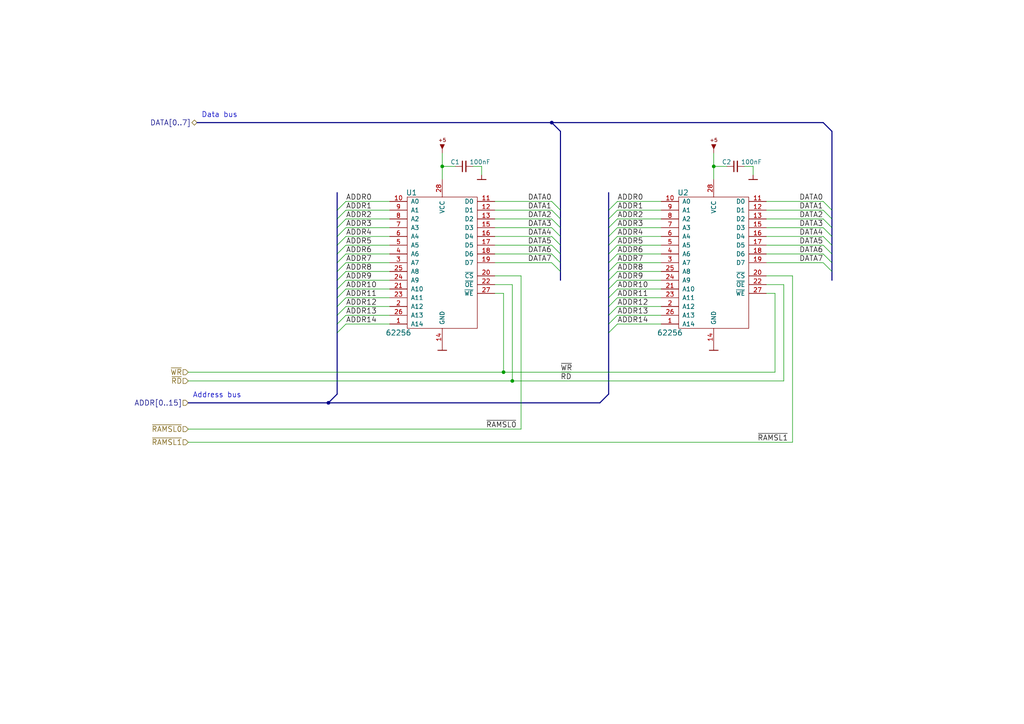
<source format=kicad_sch>
(kicad_sch
	(version 20231120)
	(generator "eeschema")
	(generator_version "8.0")
	(uuid "fdd41a68-206a-4076-b64a-8b7633d428d6")
	(paper "A4")
	(lib_symbols
		(symbol "artemisa:62256"
			(pin_names
				(offset 1.016)
			)
			(exclude_from_sim no)
			(in_bom yes)
			(on_board yes)
			(property "Reference" "U"
				(at -8.89 22.86 0)
				(effects
					(font
						(size 1.524 1.524)
					)
				)
			)
			(property "Value" "62256"
				(at 12.7 22.86 0)
				(effects
					(font
						(size 1.524 1.524)
					)
				)
			)
			(property "Footprint" ""
				(at 0 -3.81 0)
				(effects
					(font
						(size 1.524 1.524)
					)
					(hide yes)
				)
			)
			(property "Datasheet" ""
				(at 0 -3.81 0)
				(effects
					(font
						(size 1.524 1.524)
					)
					(hide yes)
				)
			)
			(property "Description" ""
				(at 0 0 0)
				(effects
					(font
						(size 1.27 1.27)
					)
					(hide yes)
				)
			)
			(symbol "62256_0_1"
				(rectangle
					(start -10.16 20.32)
					(end 10.16 -17.78)
					(stroke
						(width 0)
						(type default)
					)
					(fill
						(type none)
					)
				)
			)
			(symbol "62256_1_1"
				(pin input line
					(at -15.24 -16.51 0)
					(length 5.08)
					(name "A14"
						(effects
							(font
								(size 1.27 1.27)
							)
						)
					)
					(number "1"
						(effects
							(font
								(size 1.27 1.27)
							)
						)
					)
				)
				(pin input line
					(at -15.24 19.05 0)
					(length 5.08)
					(name "A0"
						(effects
							(font
								(size 1.27 1.27)
							)
						)
					)
					(number "10"
						(effects
							(font
								(size 1.27 1.27)
							)
						)
					)
				)
				(pin bidirectional line
					(at 15.24 19.05 180)
					(length 5.08)
					(name "D0"
						(effects
							(font
								(size 1.27 1.27)
							)
						)
					)
					(number "11"
						(effects
							(font
								(size 1.27 1.27)
							)
						)
					)
				)
				(pin bidirectional line
					(at 15.24 16.51 180)
					(length 5.08)
					(name "D1"
						(effects
							(font
								(size 1.27 1.27)
							)
						)
					)
					(number "12"
						(effects
							(font
								(size 1.27 1.27)
							)
						)
					)
				)
				(pin bidirectional line
					(at 15.24 13.97 180)
					(length 5.08)
					(name "D2"
						(effects
							(font
								(size 1.27 1.27)
							)
						)
					)
					(number "13"
						(effects
							(font
								(size 1.27 1.27)
							)
						)
					)
				)
				(pin power_in line
					(at 0 -22.86 90)
					(length 5.08)
					(name "GND"
						(effects
							(font
								(size 1.27 1.27)
							)
						)
					)
					(number "14"
						(effects
							(font
								(size 1.27 1.27)
							)
						)
					)
				)
				(pin bidirectional line
					(at 15.24 11.43 180)
					(length 5.08)
					(name "D3"
						(effects
							(font
								(size 1.27 1.27)
							)
						)
					)
					(number "15"
						(effects
							(font
								(size 1.27 1.27)
							)
						)
					)
				)
				(pin bidirectional line
					(at 15.24 8.89 180)
					(length 5.08)
					(name "D4"
						(effects
							(font
								(size 1.27 1.27)
							)
						)
					)
					(number "16"
						(effects
							(font
								(size 1.27 1.27)
							)
						)
					)
				)
				(pin bidirectional line
					(at 15.24 6.35 180)
					(length 5.08)
					(name "D5"
						(effects
							(font
								(size 1.27 1.27)
							)
						)
					)
					(number "17"
						(effects
							(font
								(size 1.27 1.27)
							)
						)
					)
				)
				(pin bidirectional line
					(at 15.24 3.81 180)
					(length 5.08)
					(name "D6"
						(effects
							(font
								(size 1.27 1.27)
							)
						)
					)
					(number "18"
						(effects
							(font
								(size 1.27 1.27)
							)
						)
					)
				)
				(pin bidirectional line
					(at 15.24 1.27 180)
					(length 5.08)
					(name "D7"
						(effects
							(font
								(size 1.27 1.27)
							)
						)
					)
					(number "19"
						(effects
							(font
								(size 1.27 1.27)
							)
						)
					)
				)
				(pin input line
					(at -15.24 -11.43 0)
					(length 5.08)
					(name "A12"
						(effects
							(font
								(size 1.27 1.27)
							)
						)
					)
					(number "2"
						(effects
							(font
								(size 1.27 1.27)
							)
						)
					)
				)
				(pin input line
					(at 15.24 -2.54 180)
					(length 5.08)
					(name "~{CS}"
						(effects
							(font
								(size 1.27 1.27)
							)
						)
					)
					(number "20"
						(effects
							(font
								(size 1.27 1.27)
							)
						)
					)
				)
				(pin input line
					(at -15.24 -6.35 0)
					(length 5.08)
					(name "A10"
						(effects
							(font
								(size 1.27 1.27)
							)
						)
					)
					(number "21"
						(effects
							(font
								(size 1.27 1.27)
							)
						)
					)
				)
				(pin input line
					(at 15.24 -5.08 180)
					(length 5.08)
					(name "~{OE}"
						(effects
							(font
								(size 1.27 1.27)
							)
						)
					)
					(number "22"
						(effects
							(font
								(size 1.27 1.27)
							)
						)
					)
				)
				(pin input line
					(at -15.24 -8.89 0)
					(length 5.08)
					(name "A11"
						(effects
							(font
								(size 1.27 1.27)
							)
						)
					)
					(number "23"
						(effects
							(font
								(size 1.27 1.27)
							)
						)
					)
				)
				(pin input line
					(at -15.24 -3.81 0)
					(length 5.08)
					(name "A9"
						(effects
							(font
								(size 1.27 1.27)
							)
						)
					)
					(number "24"
						(effects
							(font
								(size 1.27 1.27)
							)
						)
					)
				)
				(pin input line
					(at -15.24 -1.27 0)
					(length 5.08)
					(name "A8"
						(effects
							(font
								(size 1.27 1.27)
							)
						)
					)
					(number "25"
						(effects
							(font
								(size 1.27 1.27)
							)
						)
					)
				)
				(pin input line
					(at -15.24 -13.97 0)
					(length 5.08)
					(name "A13"
						(effects
							(font
								(size 1.27 1.27)
							)
						)
					)
					(number "26"
						(effects
							(font
								(size 1.27 1.27)
							)
						)
					)
				)
				(pin input line
					(at 15.24 -7.62 180)
					(length 5.08)
					(name "~{WE}"
						(effects
							(font
								(size 1.27 1.27)
							)
						)
					)
					(number "27"
						(effects
							(font
								(size 1.27 1.27)
							)
						)
					)
				)
				(pin power_in line
					(at 0 25.4 270)
					(length 5.08)
					(name "VCC"
						(effects
							(font
								(size 1.27 1.27)
							)
						)
					)
					(number "28"
						(effects
							(font
								(size 1.27 1.27)
							)
						)
					)
				)
				(pin input line
					(at -15.24 1.27 0)
					(length 5.08)
					(name "A7"
						(effects
							(font
								(size 1.27 1.27)
							)
						)
					)
					(number "3"
						(effects
							(font
								(size 1.27 1.27)
							)
						)
					)
				)
				(pin input line
					(at -15.24 3.81 0)
					(length 5.08)
					(name "A6"
						(effects
							(font
								(size 1.27 1.27)
							)
						)
					)
					(number "4"
						(effects
							(font
								(size 1.27 1.27)
							)
						)
					)
				)
				(pin input line
					(at -15.24 6.35 0)
					(length 5.08)
					(name "A5"
						(effects
							(font
								(size 1.27 1.27)
							)
						)
					)
					(number "5"
						(effects
							(font
								(size 1.27 1.27)
							)
						)
					)
				)
				(pin input line
					(at -15.24 8.89 0)
					(length 5.08)
					(name "A4"
						(effects
							(font
								(size 1.27 1.27)
							)
						)
					)
					(number "6"
						(effects
							(font
								(size 1.27 1.27)
							)
						)
					)
				)
				(pin input line
					(at -15.24 11.43 0)
					(length 5.08)
					(name "A3"
						(effects
							(font
								(size 1.27 1.27)
							)
						)
					)
					(number "7"
						(effects
							(font
								(size 1.27 1.27)
							)
						)
					)
				)
				(pin input line
					(at -15.24 13.97 0)
					(length 5.08)
					(name "A2"
						(effects
							(font
								(size 1.27 1.27)
							)
						)
					)
					(number "8"
						(effects
							(font
								(size 1.27 1.27)
							)
						)
					)
				)
				(pin input line
					(at -15.24 16.51 0)
					(length 5.08)
					(name "A1"
						(effects
							(font
								(size 1.27 1.27)
							)
						)
					)
					(number "9"
						(effects
							(font
								(size 1.27 1.27)
							)
						)
					)
				)
			)
		)
		(symbol "artemisa:Cap"
			(pin_numbers hide)
			(pin_names
				(offset 0.254) hide)
			(exclude_from_sim no)
			(in_bom yes)
			(on_board yes)
			(property "Reference" "C"
				(at 0.254 1.778 0)
				(effects
					(font
						(size 1.27 1.27)
					)
					(justify left)
				)
			)
			(property "Value" "Cap"
				(at 0.254 -2.032 0)
				(effects
					(font
						(size 1.27 1.27)
					)
					(justify left)
				)
			)
			(property "Footprint" ""
				(at 0 0 0)
				(effects
					(font
						(size 1.27 1.27)
					)
					(hide yes)
				)
			)
			(property "Datasheet" ""
				(at 0 0 0)
				(effects
					(font
						(size 1.27 1.27)
					)
					(hide yes)
				)
			)
			(property "Description" ""
				(at 0 0 0)
				(effects
					(font
						(size 1.27 1.27)
					)
					(hide yes)
				)
			)
			(property "ki_fp_filters" "C_*"
				(at 0 0 0)
				(effects
					(font
						(size 1.27 1.27)
					)
					(hide yes)
				)
			)
			(symbol "Cap_0_1"
				(polyline
					(pts
						(xy -1.524 -0.508) (xy 1.524 -0.508)
					)
					(stroke
						(width 0.3302)
						(type default)
					)
					(fill
						(type none)
					)
				)
				(polyline
					(pts
						(xy -1.524 0.508) (xy 1.524 0.508)
					)
					(stroke
						(width 0.3048)
						(type default)
					)
					(fill
						(type none)
					)
				)
			)
			(symbol "Cap_1_1"
				(pin passive line
					(at 0 2.54 270)
					(length 2.032)
					(name "~"
						(effects
							(font
								(size 1.27 1.27)
							)
						)
					)
					(number "1"
						(effects
							(font
								(size 1.27 1.27)
							)
						)
					)
				)
				(pin passive line
					(at 0 -2.54 90)
					(length 2.032)
					(name "~"
						(effects
							(font
								(size 1.27 1.27)
							)
						)
					)
					(number "2"
						(effects
							(font
								(size 1.27 1.27)
							)
						)
					)
				)
			)
		)
		(symbol "artemisa:GND"
			(power)
			(pin_numbers hide)
			(pin_names
				(offset 0) hide)
			(exclude_from_sim no)
			(in_bom yes)
			(on_board yes)
			(property "Reference" "#PWR"
				(at 0 -2.54 0)
				(effects
					(font
						(size 1.524 1.524)
					)
					(hide yes)
				)
			)
			(property "Value" "GND"
				(at 0 2.54 0)
				(effects
					(font
						(size 1.524 1.524)
					)
					(hide yes)
				)
			)
			(property "Footprint" ""
				(at 0 0 0)
				(effects
					(font
						(size 1.524 1.524)
					)
					(hide yes)
				)
			)
			(property "Datasheet" ""
				(at 0 0 0)
				(effects
					(font
						(size 1.524 1.524)
					)
					(hide yes)
				)
			)
			(property "Description" ""
				(at 0 0 0)
				(effects
					(font
						(size 1.27 1.27)
					)
					(hide yes)
				)
			)
			(symbol "GND_0_1"
				(polyline
					(pts
						(xy -1.27 -1.27) (xy 1.27 -1.27)
					)
					(stroke
						(width 0.254)
						(type default)
					)
					(fill
						(type none)
					)
				)
			)
			(symbol "GND_1_1"
				(pin power_in line
					(at 0 0 270)
					(length 1.27)
					(name "GND"
						(effects
							(font
								(size 1.27 1.27)
							)
						)
					)
					(number "~"
						(effects
							(font
								(size 1.27 1.27)
							)
						)
					)
				)
			)
		)
		(symbol "artemisa:VCC"
			(power)
			(pin_numbers hide)
			(pin_names
				(offset 0) hide)
			(exclude_from_sim no)
			(in_bom yes)
			(on_board yes)
			(property "Reference" "#PWR"
				(at 0 -1.27 0)
				(effects
					(font
						(size 1.524 1.524)
					)
					(hide yes)
				)
			)
			(property "Value" "VCC"
				(at 0 6.35 0)
				(effects
					(font
						(size 1.524 1.524)
					)
					(hide yes)
				)
			)
			(property "Footprint" ""
				(at 0 0 0)
				(effects
					(font
						(size 1.524 1.524)
					)
					(hide yes)
				)
			)
			(property "Datasheet" ""
				(at 0 0 0)
				(effects
					(font
						(size 1.524 1.524)
					)
					(hide yes)
				)
			)
			(property "Description" ""
				(at 0 0 0)
				(effects
					(font
						(size 1.27 1.27)
					)
					(hide yes)
				)
			)
			(symbol "VCC_0_0"
				(text "+5"
					(at 0 3.81 0)
					(effects
						(font
							(size 1.016 1.016)
						)
					)
				)
			)
			(symbol "VCC_0_1"
				(polyline
					(pts
						(xy 0 1.27) (xy 0.635 2.54) (xy -0.635 2.54) (xy 0 1.27)
					)
					(stroke
						(width 0)
						(type default)
					)
					(fill
						(type outline)
					)
				)
			)
			(symbol "VCC_1_1"
				(pin power_in line
					(at 0 0 90)
					(length 1.27)
					(name "~"
						(effects
							(font
								(size 1.27 1.27)
							)
						)
					)
					(number "~"
						(effects
							(font
								(size 1.27 1.27)
							)
						)
					)
				)
			)
		)
	)
	(junction
		(at 148.59 110.49)
		(diameter 0)
		(color 0 0 0 0)
		(uuid "08fae221-7b6f-4c57-be73-6210c6206091")
	)
	(junction
		(at 128.27 48.26)
		(diameter 0)
		(color 0 0 0 0)
		(uuid "5a5b7060-983c-4989-878e-3126720e998d")
	)
	(junction
		(at 146.05 107.95)
		(diameter 0)
		(color 0 0 0 0)
		(uuid "8fa4f87a-9012-4f6f-a6c0-ec1c5f716184")
	)
	(junction
		(at 207.01 48.26)
		(diameter 0)
		(color 0 0 0 0)
		(uuid "a0af1aa5-82ff-4825-8836-86496e7db65f")
	)
	(junction
		(at 95.25 116.84)
		(diameter 0)
		(color 0 0 0 0)
		(uuid "e4195b8f-3996-4a59-b6a1-76534a4e174b")
	)
	(junction
		(at 160.02 35.56)
		(diameter 0)
		(color 0 0 0 0)
		(uuid "e8cea180-3543-4ce6-acfb-619197762cfc")
	)
	(bus_entry
		(at 176.53 86.36)
		(size 2.54 -2.54)
		(stroke
			(width 0)
			(type default)
		)
		(uuid "01caafb3-af8a-4642-870c-c290b286d040")
	)
	(bus_entry
		(at 97.79 73.66)
		(size 2.54 -2.54)
		(stroke
			(width 0)
			(type default)
		)
		(uuid "04868f85-bc69-4fa9-8e62-d78ffe5ae58e")
	)
	(bus_entry
		(at 176.53 83.82)
		(size 2.54 -2.54)
		(stroke
			(width 0)
			(type default)
		)
		(uuid "0648b195-3f37-49a2-a952-4c5886b521de")
	)
	(bus_entry
		(at 160.02 76.2)
		(size 2.54 2.54)
		(stroke
			(width 0)
			(type default)
		)
		(uuid "0c345fc5-964b-48c0-9452-55507c868edc")
	)
	(bus_entry
		(at 238.76 76.2)
		(size 2.54 2.54)
		(stroke
			(width 0)
			(type default)
		)
		(uuid "1b8d5810-67b5-41f5-a4e9-e6c2cc9fec50")
	)
	(bus_entry
		(at 162.56 60.96)
		(size -2.54 -2.54)
		(stroke
			(width 0)
			(type default)
		)
		(uuid "224e8890-cdee-45fd-bd2e-64fe49c2de75")
	)
	(bus_entry
		(at 241.3 63.5)
		(size -2.54 -2.54)
		(stroke
			(width 0)
			(type default)
		)
		(uuid "24fbbd33-4896-414c-ba79-167809dd0e90")
	)
	(bus_entry
		(at 97.79 78.74)
		(size 2.54 -2.54)
		(stroke
			(width 0)
			(type default)
		)
		(uuid "2792ed93-89db-4e51-99ff-281323e776eb")
	)
	(bus_entry
		(at 241.3 66.04)
		(size -2.54 -2.54)
		(stroke
			(width 0)
			(type default)
		)
		(uuid "2be498d5-e7b2-4098-b853-d60412f65c3b")
	)
	(bus_entry
		(at 176.53 81.28)
		(size 2.54 -2.54)
		(stroke
			(width 0)
			(type default)
		)
		(uuid "2ca148b4-658e-4a63-ab5c-2e293c8a2284")
	)
	(bus_entry
		(at 241.3 76.2)
		(size -2.54 -2.54)
		(stroke
			(width 0)
			(type default)
		)
		(uuid "2f8dfa45-14b0-4de4-b3b0-e7b73da81a0a")
	)
	(bus_entry
		(at 97.79 68.58)
		(size 2.54 -2.54)
		(stroke
			(width 0)
			(type default)
		)
		(uuid "335263d3-7e35-4a9c-83c2-cd71d45f0688")
	)
	(bus_entry
		(at 97.79 60.96)
		(size 2.54 -2.54)
		(stroke
			(width 0)
			(type default)
		)
		(uuid "33b48673-c959-4510-b6fa-fd3f7bdb00fd")
	)
	(bus_entry
		(at 176.53 91.44)
		(size 2.54 -2.54)
		(stroke
			(width 0)
			(type default)
		)
		(uuid "33b6dbe8-d555-4f35-a63c-27c75fa09ca7")
	)
	(bus_entry
		(at 176.53 76.2)
		(size 2.54 -2.54)
		(stroke
			(width 0)
			(type default)
		)
		(uuid "3662e68b-207e-47a3-930c-038dfd8202b6")
	)
	(bus_entry
		(at 97.79 76.2)
		(size 2.54 -2.54)
		(stroke
			(width 0)
			(type default)
		)
		(uuid "4102ae0e-3d75-40cd-957b-0b4db5d3f5ee")
	)
	(bus_entry
		(at 162.56 66.04)
		(size -2.54 -2.54)
		(stroke
			(width 0)
			(type default)
		)
		(uuid "4612f9f0-1343-4ba7-94dd-7d3e9fc08dad")
	)
	(bus_entry
		(at 162.56 68.58)
		(size -2.54 -2.54)
		(stroke
			(width 0)
			(type default)
		)
		(uuid "4b3cefd2-e7d7-4d25-8bb9-37548c3e8b03")
	)
	(bus_entry
		(at 179.07 93.98)
		(size -2.54 2.54)
		(stroke
			(width 0)
			(type default)
		)
		(uuid "56801e6d-c4ab-4f7b-8289-2119a52fa227")
	)
	(bus_entry
		(at 176.53 71.12)
		(size 2.54 -2.54)
		(stroke
			(width 0)
			(type default)
		)
		(uuid "58c4b7f1-3bfe-4269-af43-3ce726a108d9")
	)
	(bus_entry
		(at 176.53 73.66)
		(size 2.54 -2.54)
		(stroke
			(width 0)
			(type default)
		)
		(uuid "5a29cdb1-72f4-490b-b940-70ed3bd8dac4")
	)
	(bus_entry
		(at 162.56 71.12)
		(size -2.54 -2.54)
		(stroke
			(width 0)
			(type default)
		)
		(uuid "6d401fdd-c1f6-4321-96c4-4843b6143be9")
	)
	(bus_entry
		(at 176.53 88.9)
		(size 2.54 -2.54)
		(stroke
			(width 0)
			(type default)
		)
		(uuid "74d2d2c1-d0d5-412f-ab06-bb67df0a3900")
	)
	(bus_entry
		(at 241.3 73.66)
		(size -2.54 -2.54)
		(stroke
			(width 0)
			(type default)
		)
		(uuid "84282cc7-416d-48c2-ae9f-c0149b35065e")
	)
	(bus_entry
		(at 97.79 83.82)
		(size 2.54 -2.54)
		(stroke
			(width 0)
			(type default)
		)
		(uuid "84315919-677c-4909-a747-2c92c96d5870")
	)
	(bus_entry
		(at 176.53 63.5)
		(size 2.54 -2.54)
		(stroke
			(width 0)
			(type default)
		)
		(uuid "8f2a6709-854c-4caf-959b-d289d2962128")
	)
	(bus_entry
		(at 97.79 88.9)
		(size 2.54 -2.54)
		(stroke
			(width 0)
			(type default)
		)
		(uuid "90207e9d-650a-4c45-b7d5-e506cc85537d")
	)
	(bus_entry
		(at 162.56 76.2)
		(size -2.54 -2.54)
		(stroke
			(width 0)
			(type default)
		)
		(uuid "90671817-460f-456a-a6e3-6cfa468bea55")
	)
	(bus_entry
		(at 176.53 78.74)
		(size 2.54 -2.54)
		(stroke
			(width 0)
			(type default)
		)
		(uuid "95376300-f16d-43b2-b149-df8f49eb2782")
	)
	(bus_entry
		(at 97.79 71.12)
		(size 2.54 -2.54)
		(stroke
			(width 0)
			(type default)
		)
		(uuid "9a88d63d-f7e5-416d-9807-a8e942aef287")
	)
	(bus_entry
		(at 97.79 66.04)
		(size 2.54 -2.54)
		(stroke
			(width 0)
			(type default)
		)
		(uuid "a17368fb-646b-4ffd-9057-0994609f8a46")
	)
	(bus_entry
		(at 241.3 60.96)
		(size -2.54 -2.54)
		(stroke
			(width 0)
			(type default)
		)
		(uuid "a281de60-7af0-498c-be0b-24572e88b490")
	)
	(bus_entry
		(at 176.53 68.58)
		(size 2.54 -2.54)
		(stroke
			(width 0)
			(type default)
		)
		(uuid "a8b5a69a-24fc-4f3a-af15-1ced0fb0d73b")
	)
	(bus_entry
		(at 97.79 93.98)
		(size 2.54 -2.54)
		(stroke
			(width 0)
			(type default)
		)
		(uuid "a8cdda0e-7b06-4b92-8078-341b4e32614a")
	)
	(bus_entry
		(at 97.79 63.5)
		(size 2.54 -2.54)
		(stroke
			(width 0)
			(type default)
		)
		(uuid "ad2d033c-4040-4813-b5da-82cf827f9d86")
	)
	(bus_entry
		(at 176.53 66.04)
		(size 2.54 -2.54)
		(stroke
			(width 0)
			(type default)
		)
		(uuid "b830f01d-0d9c-451a-9ac4-3e5744deb516")
	)
	(bus_entry
		(at 241.3 68.58)
		(size -2.54 -2.54)
		(stroke
			(width 0)
			(type default)
		)
		(uuid "c2f8c49f-d49f-49e2-940a-a7b9765ffdf0")
	)
	(bus_entry
		(at 100.33 93.98)
		(size -2.54 2.54)
		(stroke
			(width 0)
			(type default)
		)
		(uuid "c78d97f4-1d1b-46c3-bcbb-8424944a8978")
	)
	(bus_entry
		(at 97.79 81.28)
		(size 2.54 -2.54)
		(stroke
			(width 0)
			(type default)
		)
		(uuid "cd8c6c53-febf-40c1-af77-5373add0fde7")
	)
	(bus_entry
		(at 176.53 60.96)
		(size 2.54 -2.54)
		(stroke
			(width 0)
			(type default)
		)
		(uuid "cf06bbbc-3fa0-42b7-9a99-642ec3689891")
	)
	(bus_entry
		(at 97.79 91.44)
		(size 2.54 -2.54)
		(stroke
			(width 0)
			(type default)
		)
		(uuid "d6cc98ff-7d68-4734-afa1-c7dd225e08d3")
	)
	(bus_entry
		(at 241.3 71.12)
		(size -2.54 -2.54)
		(stroke
			(width 0)
			(type default)
		)
		(uuid "eb79b938-dc23-4503-beb0-3634b653c9e4")
	)
	(bus_entry
		(at 162.56 73.66)
		(size -2.54 -2.54)
		(stroke
			(width 0)
			(type default)
		)
		(uuid "ef3c2ca7-fcc8-4cff-8fc1-0c762aa25455")
	)
	(bus_entry
		(at 97.79 86.36)
		(size 2.54 -2.54)
		(stroke
			(width 0)
			(type default)
		)
		(uuid "efd79052-e146-4d61-9e0a-ba764a5a966b")
	)
	(bus_entry
		(at 176.53 93.98)
		(size 2.54 -2.54)
		(stroke
			(width 0)
			(type default)
		)
		(uuid "f0d5ae26-c535-4a37-9220-b3d08bfeda2f")
	)
	(bus_entry
		(at 162.56 63.5)
		(size -2.54 -2.54)
		(stroke
			(width 0)
			(type default)
		)
		(uuid "fe2b05f5-675b-44d0-956c-c5829b7c692a")
	)
	(wire
		(pts
			(xy 207.01 48.26) (xy 207.01 52.07)
		)
		(stroke
			(width 0)
			(type default)
		)
		(uuid "01106a52-6b7d-40fd-b165-c927be1f6a1d")
	)
	(bus
		(pts
			(xy 176.53 96.52) (xy 176.53 114.3)
		)
		(stroke
			(width 0)
			(type default)
		)
		(uuid "0536025a-6414-4951-bfd6-905537685d7e")
	)
	(bus
		(pts
			(xy 97.79 91.44) (xy 97.79 93.98)
		)
		(stroke
			(width 0)
			(type default)
		)
		(uuid "05a60061-f69f-4cf0-982b-3b600d194cef")
	)
	(bus
		(pts
			(xy 97.79 63.5) (xy 97.79 66.04)
		)
		(stroke
			(width 0)
			(type default)
		)
		(uuid "0693453a-34c3-4bfd-b360-f7994c4e507f")
	)
	(wire
		(pts
			(xy 191.77 88.9) (xy 179.07 88.9)
		)
		(stroke
			(width 0)
			(type default)
		)
		(uuid "077985bd-c8a6-43b8-af30-1141a8334306")
	)
	(wire
		(pts
			(xy 238.76 66.04) (xy 222.25 66.04)
		)
		(stroke
			(width 0)
			(type default)
		)
		(uuid "07838c19-bdee-4759-9a7b-a62a5deb9737")
	)
	(bus
		(pts
			(xy 54.61 116.84) (xy 95.25 116.84)
		)
		(stroke
			(width 0)
			(type default)
		)
		(uuid "082621c8-b51d-48fd-937c-afceb255b94e")
	)
	(bus
		(pts
			(xy 162.56 71.12) (xy 162.56 73.66)
		)
		(stroke
			(width 0)
			(type default)
		)
		(uuid "0d525ad4-3f7e-4e8e-b572-5aed774da48c")
	)
	(wire
		(pts
			(xy 224.79 107.95) (xy 224.79 85.09)
		)
		(stroke
			(width 0)
			(type default)
		)
		(uuid "0e852933-f119-4b7f-a503-b829e02656a9")
	)
	(wire
		(pts
			(xy 113.03 88.9) (xy 100.33 88.9)
		)
		(stroke
			(width 0)
			(type default)
		)
		(uuid "0f6b89db-12ed-4dac-b3ce-819a49798117")
	)
	(wire
		(pts
			(xy 160.02 66.04) (xy 143.51 66.04)
		)
		(stroke
			(width 0)
			(type default)
		)
		(uuid "138f5600-7fba-4219-9f21-9ce4066a1d82")
	)
	(wire
		(pts
			(xy 238.76 73.66) (xy 222.25 73.66)
		)
		(stroke
			(width 0)
			(type default)
		)
		(uuid "18ee575f-d41e-4a26-ac0a-b229112d8877")
	)
	(wire
		(pts
			(xy 54.61 124.46) (xy 151.13 124.46)
		)
		(stroke
			(width 0)
			(type default)
		)
		(uuid "1ed7574f-dfd9-48ef-889b-e65459b62f49")
	)
	(bus
		(pts
			(xy 97.79 81.28) (xy 97.79 83.82)
		)
		(stroke
			(width 0)
			(type default)
		)
		(uuid "227f15c7-95b9-498e-a2ac-436548e5f17f")
	)
	(wire
		(pts
			(xy 54.61 128.27) (xy 229.87 128.27)
		)
		(stroke
			(width 0)
			(type default)
		)
		(uuid "27b32d30-a0e6-48e4-8f63-c61987047d29")
	)
	(wire
		(pts
			(xy 100.33 83.82) (xy 113.03 83.82)
		)
		(stroke
			(width 0)
			(type default)
		)
		(uuid "2a507df7-40c5-4523-b0fd-269cea55efb9")
	)
	(wire
		(pts
			(xy 238.76 71.12) (xy 222.25 71.12)
		)
		(stroke
			(width 0)
			(type default)
		)
		(uuid "2aabebab-10c6-4637-946b-cda31980f550")
	)
	(bus
		(pts
			(xy 176.53 71.12) (xy 176.53 73.66)
		)
		(stroke
			(width 0)
			(type default)
		)
		(uuid "2ba2153f-5796-496f-8155-2ce7ede27b36")
	)
	(bus
		(pts
			(xy 95.25 116.84) (xy 173.99 116.84)
		)
		(stroke
			(width 0)
			(type default)
		)
		(uuid "2c203647-e05b-47b1-926f-f043cd026bbe")
	)
	(bus
		(pts
			(xy 176.53 81.28) (xy 176.53 83.82)
		)
		(stroke
			(width 0)
			(type default)
		)
		(uuid "30a8d4e5-202c-4d57-80d8-c5f2ad3ce2dd")
	)
	(bus
		(pts
			(xy 97.79 60.96) (xy 97.79 63.5)
		)
		(stroke
			(width 0)
			(type default)
		)
		(uuid "3258ef2e-7dfd-4b7b-a84c-a8f03af613a6")
	)
	(wire
		(pts
			(xy 222.25 76.2) (xy 238.76 76.2)
		)
		(stroke
			(width 0)
			(type default)
		)
		(uuid "3381b763-2886-4e76-a243-cbcc2ec8a032")
	)
	(bus
		(pts
			(xy 176.53 88.9) (xy 176.53 91.44)
		)
		(stroke
			(width 0)
			(type default)
		)
		(uuid "35328af0-2bbe-4eda-b255-c9bb9c6e435e")
	)
	(wire
		(pts
			(xy 218.44 50.8) (xy 218.44 48.26)
		)
		(stroke
			(width 0)
			(type default)
		)
		(uuid "3785db90-bbe9-4018-bab6-3a4673f84f27")
	)
	(bus
		(pts
			(xy 176.53 83.82) (xy 176.53 86.36)
		)
		(stroke
			(width 0)
			(type default)
		)
		(uuid "39f69e4c-3d98-4642-8cee-de7f9bf86b5e")
	)
	(wire
		(pts
			(xy 113.03 66.04) (xy 100.33 66.04)
		)
		(stroke
			(width 0)
			(type default)
		)
		(uuid "3a362cc7-5245-4ed2-8f66-3a6d74eaba39")
	)
	(wire
		(pts
			(xy 179.07 91.44) (xy 191.77 91.44)
		)
		(stroke
			(width 0)
			(type default)
		)
		(uuid "3c3e78d8-62d7-4020-ae7c-c489234b27d5")
	)
	(wire
		(pts
			(xy 179.07 68.58) (xy 191.77 68.58)
		)
		(stroke
			(width 0)
			(type default)
		)
		(uuid "3d8ae180-8beb-4868-96bd-080dbdab2951")
	)
	(wire
		(pts
			(xy 143.51 85.09) (xy 146.05 85.09)
		)
		(stroke
			(width 0)
			(type default)
		)
		(uuid "3eee2221-7af9-4d6a-ba79-a48c3fd1ac35")
	)
	(bus
		(pts
			(xy 97.79 76.2) (xy 97.79 78.74)
		)
		(stroke
			(width 0)
			(type default)
		)
		(uuid "3f70786c-51ba-4695-9a71-96452e835d07")
	)
	(wire
		(pts
			(xy 222.25 58.42) (xy 238.76 58.42)
		)
		(stroke
			(width 0)
			(type default)
		)
		(uuid "4221b138-87b6-4073-a6e3-acb41ba2e601")
	)
	(wire
		(pts
			(xy 139.7 50.8) (xy 139.7 48.26)
		)
		(stroke
			(width 0)
			(type default)
		)
		(uuid "42795956-f125-4166-860d-4316fe3791b8")
	)
	(bus
		(pts
			(xy 176.53 55.88) (xy 176.53 60.96)
		)
		(stroke
			(width 0)
			(type default)
		)
		(uuid "430cb5a0-6865-46d0-be60-5d722d3e8d80")
	)
	(bus
		(pts
			(xy 97.79 73.66) (xy 97.79 76.2)
		)
		(stroke
			(width 0)
			(type default)
		)
		(uuid "437250d9-eb22-42a7-a0ee-f2e6a9628e2b")
	)
	(wire
		(pts
			(xy 143.51 82.55) (xy 148.59 82.55)
		)
		(stroke
			(width 0)
			(type default)
		)
		(uuid "44c331f8-33e4-4ba1-bb1e-3071cc175bfd")
	)
	(bus
		(pts
			(xy 97.79 93.98) (xy 97.79 96.52)
		)
		(stroke
			(width 0)
			(type default)
		)
		(uuid "4eae949d-97a9-49f3-9fbc-cba93e4e519c")
	)
	(wire
		(pts
			(xy 143.51 63.5) (xy 160.02 63.5)
		)
		(stroke
			(width 0)
			(type default)
		)
		(uuid "4ff71e44-dddb-450e-9f6f-fe3947968fd4")
	)
	(wire
		(pts
			(xy 128.27 48.26) (xy 132.08 48.26)
		)
		(stroke
			(width 0)
			(type default)
		)
		(uuid "50d092a1-cb48-4b36-9419-53ddb3f8fa14")
	)
	(bus
		(pts
			(xy 176.53 60.96) (xy 176.53 63.5)
		)
		(stroke
			(width 0)
			(type default)
		)
		(uuid "53c3dfa0-4629-47d5-b909-4a3f4eb869c5")
	)
	(bus
		(pts
			(xy 97.79 86.36) (xy 97.79 88.9)
		)
		(stroke
			(width 0)
			(type default)
		)
		(uuid "550e0f79-ef9f-4d36-adf7-81e26d574c59")
	)
	(wire
		(pts
			(xy 179.07 63.5) (xy 191.77 63.5)
		)
		(stroke
			(width 0)
			(type default)
		)
		(uuid "55870dc1-a751-4fb1-a7eb-fe844b64659b")
	)
	(wire
		(pts
			(xy 160.02 71.12) (xy 143.51 71.12)
		)
		(stroke
			(width 0)
			(type default)
		)
		(uuid "5b86cb50-e2ef-475e-93e3-77fea6b5a690")
	)
	(bus
		(pts
			(xy 162.56 66.04) (xy 162.56 68.58)
		)
		(stroke
			(width 0)
			(type default)
		)
		(uuid "5e1594bb-0ff8-4379-a06e-7271e78563fe")
	)
	(bus
		(pts
			(xy 160.02 35.56) (xy 238.76 35.56)
		)
		(stroke
			(width 0)
			(type default)
		)
		(uuid "5eb84820-20c2-41bf-a1a2-820c66368a1f")
	)
	(bus
		(pts
			(xy 162.56 78.74) (xy 162.56 81.28)
		)
		(stroke
			(width 0)
			(type default)
		)
		(uuid "602a1461-f2fc-4f38-9213-73e41c428934")
	)
	(wire
		(pts
			(xy 54.61 107.95) (xy 146.05 107.95)
		)
		(stroke
			(width 0)
			(type default)
		)
		(uuid "6150d77e-0e79-4609-a9ad-f39ba34a63b4")
	)
	(wire
		(pts
			(xy 229.87 80.01) (xy 229.87 128.27)
		)
		(stroke
			(width 0)
			(type default)
		)
		(uuid "6476e233-d260-45fe-84d2-9ade7d0003a0")
	)
	(bus
		(pts
			(xy 162.56 73.66) (xy 162.56 76.2)
		)
		(stroke
			(width 0)
			(type default)
		)
		(uuid "64c39fd2-36c7-4cd2-b0b8-1a1e70b12069")
	)
	(bus
		(pts
			(xy 176.53 68.58) (xy 176.53 71.12)
		)
		(stroke
			(width 0)
			(type default)
		)
		(uuid "6face538-98d0-40ae-a653-e8999ce4e018")
	)
	(wire
		(pts
			(xy 160.02 73.66) (xy 143.51 73.66)
		)
		(stroke
			(width 0)
			(type default)
		)
		(uuid "7167e0fb-15b0-446d-969c-ecf63e50097d")
	)
	(bus
		(pts
			(xy 162.56 38.1) (xy 162.56 60.96)
		)
		(stroke
			(width 0)
			(type default)
		)
		(uuid "728dda43-38f9-4d13-b2a9-59e599c86d99")
	)
	(wire
		(pts
			(xy 227.33 82.55) (xy 222.25 82.55)
		)
		(stroke
			(width 0)
			(type default)
		)
		(uuid "73486422-c87a-4ad4-8fe5-a3ffc70cb20a")
	)
	(bus
		(pts
			(xy 241.3 66.04) (xy 241.3 68.58)
		)
		(stroke
			(width 0)
			(type default)
		)
		(uuid "74a79877-8958-41da-8944-562e6bba6c01")
	)
	(wire
		(pts
			(xy 179.07 73.66) (xy 191.77 73.66)
		)
		(stroke
			(width 0)
			(type default)
		)
		(uuid "75f982a1-6ab8-4209-a4a8-58e41c3ce9c1")
	)
	(wire
		(pts
			(xy 191.77 71.12) (xy 179.07 71.12)
		)
		(stroke
			(width 0)
			(type default)
		)
		(uuid "7a4a5c0e-c639-4f33-aa7f-cf5502abd572")
	)
	(wire
		(pts
			(xy 229.87 80.01) (xy 222.25 80.01)
		)
		(stroke
			(width 0)
			(type default)
		)
		(uuid "7b694997-43fc-41fd-818b-681c539b1571")
	)
	(wire
		(pts
			(xy 179.07 83.82) (xy 191.77 83.82)
		)
		(stroke
			(width 0)
			(type default)
		)
		(uuid "7badec54-dd0c-405a-acf1-25eff9460213")
	)
	(wire
		(pts
			(xy 100.33 86.36) (xy 113.03 86.36)
		)
		(stroke
			(width 0)
			(type default)
		)
		(uuid "7d283b62-f314-41a0-b56b-d307f2ebfa85")
	)
	(bus
		(pts
			(xy 241.3 73.66) (xy 241.3 76.2)
		)
		(stroke
			(width 0)
			(type default)
		)
		(uuid "7d393522-d44b-4d20-8f0b-b7142987aa89")
	)
	(wire
		(pts
			(xy 222.25 63.5) (xy 238.76 63.5)
		)
		(stroke
			(width 0)
			(type default)
		)
		(uuid "833beff7-0439-4b25-8f23-ed949f699ed1")
	)
	(bus
		(pts
			(xy 241.3 60.96) (xy 241.3 63.5)
		)
		(stroke
			(width 0)
			(type default)
		)
		(uuid "8416cc67-e5d6-41f8-bce2-3d8fbd36986b")
	)
	(wire
		(pts
			(xy 113.03 81.28) (xy 100.33 81.28)
		)
		(stroke
			(width 0)
			(type default)
		)
		(uuid "845f389f-ac5c-4af4-aa4f-3b1355707a5f")
	)
	(wire
		(pts
			(xy 148.59 110.49) (xy 227.33 110.49)
		)
		(stroke
			(width 0)
			(type default)
		)
		(uuid "85a22866-16c5-4384-bc0b-22ed5b68a467")
	)
	(wire
		(pts
			(xy 54.61 110.49) (xy 148.59 110.49)
		)
		(stroke
			(width 0)
			(type default)
		)
		(uuid "86a34ff8-9697-4394-b32e-9c903027c8af")
	)
	(wire
		(pts
			(xy 100.33 91.44) (xy 113.03 91.44)
		)
		(stroke
			(width 0)
			(type default)
		)
		(uuid "87110cd9-2ac8-40e0-9e87-2e8196cde92a")
	)
	(bus
		(pts
			(xy 162.56 63.5) (xy 162.56 66.04)
		)
		(stroke
			(width 0)
			(type default)
		)
		(uuid "895c2a55-d35b-4bc4-9770-a708d43f72ca")
	)
	(bus
		(pts
			(xy 97.79 114.3) (xy 95.25 116.84)
		)
		(stroke
			(width 0)
			(type default)
		)
		(uuid "8ae55606-cfbf-467b-98ad-b305173bd9ee")
	)
	(wire
		(pts
			(xy 191.77 81.28) (xy 179.07 81.28)
		)
		(stroke
			(width 0)
			(type default)
		)
		(uuid "946b1da9-be3d-46a5-8490-1a85862f3b88")
	)
	(wire
		(pts
			(xy 238.76 60.96) (xy 222.25 60.96)
		)
		(stroke
			(width 0)
			(type default)
		)
		(uuid "965bc598-5f52-4615-847f-179635cd5cde")
	)
	(wire
		(pts
			(xy 224.79 85.09) (xy 222.25 85.09)
		)
		(stroke
			(width 0)
			(type default)
		)
		(uuid "96cc7009-e5c2-4181-9848-d145b9196cc4")
	)
	(bus
		(pts
			(xy 176.53 93.98) (xy 176.53 96.52)
		)
		(stroke
			(width 0)
			(type default)
		)
		(uuid "97d7f8c9-b0b4-436a-9b5e-5ccb959ea185")
	)
	(wire
		(pts
			(xy 191.77 93.98) (xy 179.07 93.98)
		)
		(stroke
			(width 0)
			(type default)
		)
		(uuid "9caefee8-6dcd-4815-b6e5-c75999fb9c90")
	)
	(bus
		(pts
			(xy 176.53 114.3) (xy 173.99 116.84)
		)
		(stroke
			(width 0)
			(type default)
		)
		(uuid "9da855b0-f953-4d94-ac15-68c62fcf943f")
	)
	(bus
		(pts
			(xy 97.79 71.12) (xy 97.79 73.66)
		)
		(stroke
			(width 0)
			(type default)
		)
		(uuid "9dbd9e26-9782-45c4-9403-4d72b07f29de")
	)
	(bus
		(pts
			(xy 176.53 76.2) (xy 176.53 78.74)
		)
		(stroke
			(width 0)
			(type default)
		)
		(uuid "9f5edf3b-5178-43d3-aa8f-02c9bfd2d660")
	)
	(bus
		(pts
			(xy 97.79 55.88) (xy 97.79 60.96)
		)
		(stroke
			(width 0)
			(type default)
		)
		(uuid "a1441258-3477-4706-8540-9e88ae0dac49")
	)
	(bus
		(pts
			(xy 57.15 35.56) (xy 160.02 35.56)
		)
		(stroke
			(width 0)
			(type default)
		)
		(uuid "a65cad0c-0ef1-4ea5-a965-4eae7ac1f6af")
	)
	(wire
		(pts
			(xy 238.76 68.58) (xy 222.25 68.58)
		)
		(stroke
			(width 0)
			(type default)
		)
		(uuid "a6d1221a-1077-412d-8a73-7025f9b4ca20")
	)
	(wire
		(pts
			(xy 151.13 80.01) (xy 151.13 124.46)
		)
		(stroke
			(width 0)
			(type default)
		)
		(uuid "a8333ca2-6919-4fe3-9f28-bacc852923df")
	)
	(wire
		(pts
			(xy 179.07 78.74) (xy 191.77 78.74)
		)
		(stroke
			(width 0)
			(type default)
		)
		(uuid "ad541cb2-f097-4769-b1c0-c1cca23ca9bd")
	)
	(bus
		(pts
			(xy 241.3 63.5) (xy 241.3 66.04)
		)
		(stroke
			(width 0)
			(type default)
		)
		(uuid "afcd91b3-4753-4f50-890c-aed354e976e6")
	)
	(wire
		(pts
			(xy 113.03 60.96) (xy 100.33 60.96)
		)
		(stroke
			(width 0)
			(type default)
		)
		(uuid "b03cb553-3709-44f5-9a1e-0bd7ca2daf93")
	)
	(wire
		(pts
			(xy 100.33 58.42) (xy 113.03 58.42)
		)
		(stroke
			(width 0)
			(type default)
		)
		(uuid "b2fcabdc-443d-41f9-9892-34509b22b3c4")
	)
	(wire
		(pts
			(xy 146.05 107.95) (xy 224.79 107.95)
		)
		(stroke
			(width 0)
			(type default)
		)
		(uuid "b4203b01-a27f-440d-ad64-759637213d6e")
	)
	(wire
		(pts
			(xy 160.02 68.58) (xy 143.51 68.58)
		)
		(stroke
			(width 0)
			(type default)
		)
		(uuid "b5691874-e380-4013-b466-13948504ae2f")
	)
	(wire
		(pts
			(xy 191.77 76.2) (xy 179.07 76.2)
		)
		(stroke
			(width 0)
			(type default)
		)
		(uuid "b5b863ac-a506-4b3e-baa9-6daff41ac83f")
	)
	(bus
		(pts
			(xy 162.56 76.2) (xy 162.56 78.74)
		)
		(stroke
			(width 0)
			(type default)
		)
		(uuid "b64d922b-f1cc-4940-96f6-60cbefb80766")
	)
	(wire
		(pts
			(xy 100.33 73.66) (xy 113.03 73.66)
		)
		(stroke
			(width 0)
			(type default)
		)
		(uuid "b6a3e709-356a-4a55-ac00-07ba73afac37")
	)
	(bus
		(pts
			(xy 97.79 68.58) (xy 97.79 71.12)
		)
		(stroke
			(width 0)
			(type default)
		)
		(uuid "b7148d4c-a9db-4405-915a-b55a0c6f6c34")
	)
	(bus
		(pts
			(xy 241.3 76.2) (xy 241.3 78.74)
		)
		(stroke
			(width 0)
			(type default)
		)
		(uuid "b7bae9c8-4fed-4c69-a28c-182e2480bcdb")
	)
	(wire
		(pts
			(xy 113.03 76.2) (xy 100.33 76.2)
		)
		(stroke
			(width 0)
			(type default)
		)
		(uuid "ba3f68df-a80d-4363-9b28-2b49507e87bd")
	)
	(bus
		(pts
			(xy 97.79 96.52) (xy 97.79 114.3)
		)
		(stroke
			(width 0)
			(type default)
		)
		(uuid "bc94524b-c378-44e8-acce-7c1ac0292375")
	)
	(bus
		(pts
			(xy 241.3 38.1) (xy 238.76 35.56)
		)
		(stroke
			(width 0)
			(type default)
		)
		(uuid "c04e50f2-d5aa-4a23-a606-4b4ca7d7a313")
	)
	(wire
		(pts
			(xy 143.51 76.2) (xy 160.02 76.2)
		)
		(stroke
			(width 0)
			(type default)
		)
		(uuid "c25b90aa-c787-46a1-8b80-e5b9fd45039a")
	)
	(wire
		(pts
			(xy 148.59 82.55) (xy 148.59 110.49)
		)
		(stroke
			(width 0)
			(type default)
		)
		(uuid "c6d0e6be-376d-4beb-9794-508920a2265a")
	)
	(wire
		(pts
			(xy 139.7 48.26) (xy 137.16 48.26)
		)
		(stroke
			(width 0)
			(type default)
		)
		(uuid "c7699973-e377-4c8c-8edc-6474ca187ece")
	)
	(wire
		(pts
			(xy 146.05 85.09) (xy 146.05 107.95)
		)
		(stroke
			(width 0)
			(type default)
		)
		(uuid "ca2c6135-06b9-49ec-b90b-71e52fd66fd1")
	)
	(bus
		(pts
			(xy 241.3 78.74) (xy 241.3 81.28)
		)
		(stroke
			(width 0)
			(type default)
		)
		(uuid "ca677453-09f3-4d39-9e39-a44be56569d9")
	)
	(wire
		(pts
			(xy 113.03 71.12) (xy 100.33 71.12)
		)
		(stroke
			(width 0)
			(type default)
		)
		(uuid "cac6ef5d-79dc-46ad-ba83-77cb1377c287")
	)
	(bus
		(pts
			(xy 97.79 83.82) (xy 97.79 86.36)
		)
		(stroke
			(width 0)
			(type default)
		)
		(uuid "cce66d06-ed54-4eae-867a-a3f52946556d")
	)
	(bus
		(pts
			(xy 162.56 68.58) (xy 162.56 71.12)
		)
		(stroke
			(width 0)
			(type default)
		)
		(uuid "cd568267-8fa9-414e-ae44-a717296573c5")
	)
	(wire
		(pts
			(xy 151.13 80.01) (xy 143.51 80.01)
		)
		(stroke
			(width 0)
			(type default)
		)
		(uuid "cdf69da0-bf1d-48b6-92e4-7b762bd4454d")
	)
	(wire
		(pts
			(xy 128.27 44.45) (xy 128.27 48.26)
		)
		(stroke
			(width 0)
			(type default)
		)
		(uuid "ceb65f05-08ce-47e9-8a7e-aa1335099416")
	)
	(bus
		(pts
			(xy 162.56 60.96) (xy 162.56 63.5)
		)
		(stroke
			(width 0)
			(type default)
		)
		(uuid "d7d96405-8ab4-4875-86e3-09261d23b5fe")
	)
	(wire
		(pts
			(xy 207.01 44.45) (xy 207.01 48.26)
		)
		(stroke
			(width 0)
			(type default)
		)
		(uuid "d7fccf28-3bfa-4b51-bf91-5d4755a0686e")
	)
	(wire
		(pts
			(xy 113.03 93.98) (xy 100.33 93.98)
		)
		(stroke
			(width 0)
			(type default)
		)
		(uuid "da710602-5c6f-4ba5-b461-48eb0116bbbe")
	)
	(bus
		(pts
			(xy 176.53 63.5) (xy 176.53 66.04)
		)
		(stroke
			(width 0)
			(type default)
		)
		(uuid "dafa8fd1-c18d-4c85-9433-2b8c8008bb67")
	)
	(bus
		(pts
			(xy 97.79 66.04) (xy 97.79 68.58)
		)
		(stroke
			(width 0)
			(type default)
		)
		(uuid "db1fd106-5c41-422b-b451-e2c7dd2c942d")
	)
	(bus
		(pts
			(xy 97.79 78.74) (xy 97.79 81.28)
		)
		(stroke
			(width 0)
			(type default)
		)
		(uuid "de097fb4-477c-417d-bbd4-baadec4de0d9")
	)
	(bus
		(pts
			(xy 162.56 38.1) (xy 160.02 35.56)
		)
		(stroke
			(width 0)
			(type default)
		)
		(uuid "de589fca-e528-4d9d-88c3-9fb59d406d80")
	)
	(wire
		(pts
			(xy 227.33 110.49) (xy 227.33 82.55)
		)
		(stroke
			(width 0)
			(type default)
		)
		(uuid "e208ea3a-d990-4992-b395-c95b18b77f83")
	)
	(bus
		(pts
			(xy 176.53 78.74) (xy 176.53 81.28)
		)
		(stroke
			(width 0)
			(type default)
		)
		(uuid "e2d0f7de-130f-45fe-8137-c98d54977ba1")
	)
	(wire
		(pts
			(xy 143.51 58.42) (xy 160.02 58.42)
		)
		(stroke
			(width 0)
			(type default)
		)
		(uuid "e3877396-3ff6-4b1d-9715-0d1a70961579")
	)
	(wire
		(pts
			(xy 179.07 58.42) (xy 191.77 58.42)
		)
		(stroke
			(width 0)
			(type default)
		)
		(uuid "e419300a-5404-42ba-8c9b-e8cd5066ac8e")
	)
	(bus
		(pts
			(xy 176.53 73.66) (xy 176.53 76.2)
		)
		(stroke
			(width 0)
			(type default)
		)
		(uuid "e65316a3-9c56-496e-85b2-f924401c4d9f")
	)
	(bus
		(pts
			(xy 176.53 91.44) (xy 176.53 93.98)
		)
		(stroke
			(width 0)
			(type default)
		)
		(uuid "e794ab59-7bcd-4983-8681-ae56dc6f451c")
	)
	(wire
		(pts
			(xy 218.44 48.26) (xy 215.9 48.26)
		)
		(stroke
			(width 0)
			(type default)
		)
		(uuid "e8e23712-f080-4685-ae22-9028780f7b13")
	)
	(wire
		(pts
			(xy 191.77 60.96) (xy 179.07 60.96)
		)
		(stroke
			(width 0)
			(type default)
		)
		(uuid "e9581bdc-0c32-481f-b3ec-f590264a37c8")
	)
	(bus
		(pts
			(xy 97.79 88.9) (xy 97.79 91.44)
		)
		(stroke
			(width 0)
			(type default)
		)
		(uuid "eb0915de-c86a-4d8e-a0f1-84dcf28d1327")
	)
	(bus
		(pts
			(xy 241.3 71.12) (xy 241.3 73.66)
		)
		(stroke
			(width 0)
			(type default)
		)
		(uuid "eb8c4f77-d931-4888-a754-0b09c6b8907f")
	)
	(wire
		(pts
			(xy 179.07 86.36) (xy 191.77 86.36)
		)
		(stroke
			(width 0)
			(type default)
		)
		(uuid "ec1c193f-86ec-48fc-a26b-de8201d681ac")
	)
	(bus
		(pts
			(xy 241.3 68.58) (xy 241.3 71.12)
		)
		(stroke
			(width 0)
			(type default)
		)
		(uuid "ecc742f9-8e62-4db4-90e9-b040a131cae6")
	)
	(bus
		(pts
			(xy 176.53 66.04) (xy 176.53 68.58)
		)
		(stroke
			(width 0)
			(type default)
		)
		(uuid "ed4be033-e859-4855-b148-62dd9430802f")
	)
	(wire
		(pts
			(xy 128.27 48.26) (xy 128.27 52.07)
		)
		(stroke
			(width 0)
			(type default)
		)
		(uuid "ed92ba08-98ec-48df-9584-41c899a43f78")
	)
	(wire
		(pts
			(xy 100.33 78.74) (xy 113.03 78.74)
		)
		(stroke
			(width 0)
			(type default)
		)
		(uuid "ee4527a8-96f7-423b-b0eb-5c3b1bed75f9")
	)
	(wire
		(pts
			(xy 100.33 68.58) (xy 113.03 68.58)
		)
		(stroke
			(width 0)
			(type default)
		)
		(uuid "ee94ab47-8315-46a5-bfc7-60550df5879d")
	)
	(wire
		(pts
			(xy 191.77 66.04) (xy 179.07 66.04)
		)
		(stroke
			(width 0)
			(type default)
		)
		(uuid "eed5fd95-a7ce-441e-bbe1-d330431c5e6d")
	)
	(bus
		(pts
			(xy 241.3 38.1) (xy 241.3 60.96)
		)
		(stroke
			(width 0)
			(type default)
		)
		(uuid "eef9a49b-90d1-4463-b2c5-af035d3ae9d7")
	)
	(bus
		(pts
			(xy 176.53 86.36) (xy 176.53 88.9)
		)
		(stroke
			(width 0)
			(type default)
		)
		(uuid "f069c764-5d8d-402a-b60c-f5f2b694001c")
	)
	(wire
		(pts
			(xy 160.02 60.96) (xy 143.51 60.96)
		)
		(stroke
			(width 0)
			(type default)
		)
		(uuid "f094eb5d-05c7-4c16-84d0-9d4665317bfb")
	)
	(wire
		(pts
			(xy 207.01 48.26) (xy 210.82 48.26)
		)
		(stroke
			(width 0)
			(type default)
		)
		(uuid "f22aae5d-f6eb-438b-9ba4-dcb7ba01f85f")
	)
	(wire
		(pts
			(xy 100.33 63.5) (xy 113.03 63.5)
		)
		(stroke
			(width 0)
			(type default)
		)
		(uuid "fda0167e-248a-4b89-bf7b-490df46aeb7d")
	)
	(text "Data bus"
		(exclude_from_sim no)
		(at 58.42 34.29 0)
		(effects
			(font
				(size 1.524 1.524)
			)
			(justify left bottom)
		)
		(uuid "8dcf40e6-09a5-42e4-8b46-f4738540468d")
	)
	(text "Address bus"
		(exclude_from_sim no)
		(at 55.88 115.57 0)
		(effects
			(font
				(size 1.524 1.524)
			)
			(justify left bottom)
		)
		(uuid "a29e1299-22c5-4fd2-9a37-e405785962a9")
	)
	(label "DATA4"
		(at 160.02 68.58 180)
		(fields_autoplaced yes)
		(effects
			(font
				(size 1.524 1.524)
			)
			(justify right bottom)
		)
		(uuid "133bb99a-82f3-4f77-a20b-451874ac44f4")
	)
	(label "ADDR10"
		(at 100.33 83.82 0)
		(fields_autoplaced yes)
		(effects
			(font
				(size 1.524 1.524)
			)
			(justify left bottom)
		)
		(uuid "1354903a-b7d2-4e04-b220-6c6c8f058ef7")
	)
	(label "ADDR7"
		(at 179.07 76.2 0)
		(fields_autoplaced yes)
		(effects
			(font
				(size 1.524 1.524)
			)
			(justify left bottom)
		)
		(uuid "17a6bac3-e9f6-495e-be83-418646662ace")
	)
	(label "ADDR13"
		(at 100.33 91.44 0)
		(fields_autoplaced yes)
		(effects
			(font
				(size 1.524 1.524)
			)
			(justify left bottom)
		)
		(uuid "1c57f8a5-0a6c-44cd-b514-5b9d5f8cc98b")
	)
	(label "DATA4"
		(at 238.76 68.58 180)
		(fields_autoplaced yes)
		(effects
			(font
				(size 1.524 1.524)
			)
			(justify right bottom)
		)
		(uuid "2aa21f9e-73e7-40d1-a630-0290bc6939b1")
	)
	(label "ADDR5"
		(at 100.33 71.12 0)
		(fields_autoplaced yes)
		(effects
			(font
				(size 1.524 1.524)
			)
			(justify left bottom)
		)
		(uuid "2b878984-ad62-40d5-87be-d30f465ae2b3")
	)
	(label "~{RAMSL1}"
		(at 228.6 128.27 180)
		(fields_autoplaced yes)
		(effects
			(font
				(size 1.524 1.524)
			)
			(justify right bottom)
		)
		(uuid "40415c49-a61c-4fd6-a3e4-d55a8f8b8c4e")
	)
	(label "ADDR4"
		(at 179.07 68.58 0)
		(fields_autoplaced yes)
		(effects
			(font
				(size 1.524 1.524)
			)
			(justify left bottom)
		)
		(uuid "46aac001-1e0b-4992-9b6b-7fbd6860af0e")
	)
	(label "ADDR7"
		(at 100.33 76.2 0)
		(fields_autoplaced yes)
		(effects
			(font
				(size 1.524 1.524)
			)
			(justify left bottom)
		)
		(uuid "4a56ac62-5ec2-46fc-a86c-9adf2d8fead1")
	)
	(label "~{WR}"
		(at 162.56 107.95 0)
		(fields_autoplaced yes)
		(effects
			(font
				(size 1.524 1.524)
			)
			(justify left bottom)
		)
		(uuid "4e1a7683-466d-4d67-bce5-496395f4b0d5")
	)
	(label "DATA1"
		(at 238.76 60.96 180)
		(fields_autoplaced yes)
		(effects
			(font
				(size 1.524 1.524)
			)
			(justify right bottom)
		)
		(uuid "504b138d-cda6-48ea-a44b-2c0d0cf874fc")
	)
	(label "ADDR3"
		(at 179.07 66.04 0)
		(fields_autoplaced yes)
		(effects
			(font
				(size 1.524 1.524)
			)
			(justify left bottom)
		)
		(uuid "5c60e2fd-e25b-42a0-9a7e-d020a279558a")
	)
	(label "ADDR5"
		(at 179.07 71.12 0)
		(fields_autoplaced yes)
		(effects
			(font
				(size 1.524 1.524)
			)
			(justify left bottom)
		)
		(uuid "5ed637ac-40ac-434c-a406-609e25d3658d")
	)
	(label "ADDR1"
		(at 100.33 60.96 0)
		(fields_autoplaced yes)
		(effects
			(font
				(size 1.524 1.524)
			)
			(justify left bottom)
		)
		(uuid "773bdc81-beec-4a4b-9485-1c1dd15c6e5a")
	)
	(label "ADDR8"
		(at 100.33 78.74 0)
		(fields_autoplaced yes)
		(effects
			(font
				(size 1.524 1.524)
			)
			(justify left bottom)
		)
		(uuid "78d3a4a0-e724-44e1-963f-de88a39d4158")
	)
	(label "DATA5"
		(at 160.02 71.12 180)
		(fields_autoplaced yes)
		(effects
			(font
				(size 1.524 1.524)
			)
			(justify right bottom)
		)
		(uuid "78de0256-23a6-42c0-8b5a-1425aa40457a")
	)
	(label "DATA2"
		(at 160.02 63.5 180)
		(fields_autoplaced yes)
		(effects
			(font
				(size 1.524 1.524)
			)
			(justify right bottom)
		)
		(uuid "7b845862-cbd0-4fb3-909e-eb8579f14aa2")
	)
	(label "DATA5"
		(at 238.76 71.12 180)
		(fields_autoplaced yes)
		(effects
			(font
				(size 1.524 1.524)
			)
			(justify right bottom)
		)
		(uuid "7ca09fd4-d48a-436a-8dbe-2bf5119efecb")
	)
	(label "ADDR9"
		(at 179.07 81.28 0)
		(fields_autoplaced yes)
		(effects
			(font
				(size 1.524 1.524)
			)
			(justify left bottom)
		)
		(uuid "7caf98e4-1466-4c74-8252-9e06859f5812")
	)
	(label "DATA6"
		(at 160.02 73.66 180)
		(fields_autoplaced yes)
		(effects
			(font
				(size 1.524 1.524)
			)
			(justify right bottom)
		)
		(uuid "807db03e-eb6e-4455-9049-0461408189fa")
	)
	(label "DATA1"
		(at 160.02 60.96 180)
		(fields_autoplaced yes)
		(effects
			(font
				(size 1.524 1.524)
			)
			(justify right bottom)
		)
		(uuid "83181dd0-bbcd-4a99-a5a2-7d6961abb51a")
	)
	(label "DATA0"
		(at 160.02 58.42 180)
		(fields_autoplaced yes)
		(effects
			(font
				(size 1.524 1.524)
			)
			(justify right bottom)
		)
		(uuid "87bdd00e-f10c-4d37-9a6b-480b5e87ca33")
	)
	(label "ADDR6"
		(at 100.33 73.66 0)
		(fields_autoplaced yes)
		(effects
			(font
				(size 1.524 1.524)
			)
			(justify left bottom)
		)
		(uuid "88a7e34c-57e7-48ce-a358-6866b2c01d90")
	)
	(label "DATA7"
		(at 160.02 76.2 180)
		(fields_autoplaced yes)
		(effects
			(font
				(size 1.524 1.524)
			)
			(justify right bottom)
		)
		(uuid "8aaa3345-c586-4729-9584-3137be876023")
	)
	(label "ADDR12"
		(at 179.07 88.9 0)
		(fields_autoplaced yes)
		(effects
			(font
				(size 1.524 1.524)
			)
			(justify left bottom)
		)
		(uuid "8dcf91a3-1716-406f-975d-a5e4d347a64c")
	)
	(label "ADDR14"
		(at 100.33 93.98 0)
		(fields_autoplaced yes)
		(effects
			(font
				(size 1.524 1.524)
			)
			(justify left bottom)
		)
		(uuid "8e5a3783-142f-42f6-a215-d0f81a05c5c0")
	)
	(label "ADDR10"
		(at 179.07 83.82 0)
		(fields_autoplaced yes)
		(effects
			(font
				(size 1.524 1.524)
			)
			(justify left bottom)
		)
		(uuid "94b9946a-78fd-4f36-83ff-62bd392ae616")
	)
	(label "ADDR11"
		(at 179.07 86.36 0)
		(fields_autoplaced yes)
		(effects
			(font
				(size 1.524 1.524)
			)
			(justify left bottom)
		)
		(uuid "a067890f-6be8-49e9-b75d-ff2c32452685")
	)
	(label "~{RD}"
		(at 162.56 110.49 0)
		(fields_autoplaced yes)
		(effects
			(font
				(size 1.524 1.524)
			)
			(justify left bottom)
		)
		(uuid "a559f63f-b3a0-4b81-aa6a-605d4da47af6")
	)
	(label "ADDR0"
		(at 100.33 58.42 0)
		(fields_autoplaced yes)
		(effects
			(font
				(size 1.524 1.524)
			)
			(justify left bottom)
		)
		(uuid "a6d88d7d-92d8-4fc8-b103-7599e55f18c0")
	)
	(label "ADDR14"
		(at 179.07 93.98 0)
		(fields_autoplaced yes)
		(effects
			(font
				(size 1.524 1.524)
			)
			(justify left bottom)
		)
		(uuid "a8ed9f4d-0385-4ec2-831d-b6c7165c148a")
	)
	(label "DATA6"
		(at 238.76 73.66 180)
		(fields_autoplaced yes)
		(effects
			(font
				(size 1.524 1.524)
			)
			(justify right bottom)
		)
		(uuid "aa565413-e7e1-4f3c-8a91-55e3e0a6e3ef")
	)
	(label "ADDR6"
		(at 179.07 73.66 0)
		(fields_autoplaced yes)
		(effects
			(font
				(size 1.524 1.524)
			)
			(justify left bottom)
		)
		(uuid "acb025c1-3784-47d1-b5e9-772bcda8c549")
	)
	(label "ADDR8"
		(at 179.07 78.74 0)
		(fields_autoplaced yes)
		(effects
			(font
				(size 1.524 1.524)
			)
			(justify left bottom)
		)
		(uuid "b2543723-4d00-4120-adfe-906c6c0f4cae")
	)
	(label "ADDR12"
		(at 100.33 88.9 0)
		(fields_autoplaced yes)
		(effects
			(font
				(size 1.524 1.524)
			)
			(justify left bottom)
		)
		(uuid "b7013b78-ce5a-47df-9e6f-e993b6073985")
	)
	(label "ADDR0"
		(at 179.07 58.42 0)
		(fields_autoplaced yes)
		(effects
			(font
				(size 1.524 1.524)
			)
			(justify left bottom)
		)
		(uuid "b71ea2fc-03b3-4a1a-950e-5a040f1be797")
	)
	(label "DATA7"
		(at 238.76 76.2 180)
		(fields_autoplaced yes)
		(effects
			(font
				(size 1.524 1.524)
			)
			(justify right bottom)
		)
		(uuid "b78bfc8f-0469-4499-ad41-c131461c3c5d")
	)
	(label "~{RAMSL0}"
		(at 149.86 124.46 180)
		(fields_autoplaced yes)
		(effects
			(font
				(size 1.524 1.524)
			)
			(justify right bottom)
		)
		(uuid "bead2789-cf29-4cdd-ad3a-a7fd6922e223")
	)
	(label "ADDR1"
		(at 179.07 60.96 0)
		(fields_autoplaced yes)
		(effects
			(font
				(size 1.524 1.524)
			)
			(justify left bottom)
		)
		(uuid "c0c3e2b6-4759-48ec-95b1-882d85817a23")
	)
	(label "ADDR11"
		(at 100.33 86.36 0)
		(fields_autoplaced yes)
		(effects
			(font
				(size 1.524 1.524)
			)
			(justify left bottom)
		)
		(uuid "c2d24be9-0a91-4ad8-a6f8-4f606bd871ac")
	)
	(label "DATA0"
		(at 238.76 58.42 180)
		(fields_autoplaced yes)
		(effects
			(font
				(size 1.524 1.524)
			)
			(justify right bottom)
		)
		(uuid "c9dc1467-f8a9-424e-ab40-9eace7cb7fbb")
	)
	(label "ADDR2"
		(at 179.07 63.5 0)
		(fields_autoplaced yes)
		(effects
			(font
				(size 1.524 1.524)
			)
			(justify left bottom)
		)
		(uuid "cb264f5c-8c6d-42d7-b52d-ea304b08528f")
	)
	(label "ADDR4"
		(at 100.33 68.58 0)
		(fields_autoplaced yes)
		(effects
			(font
				(size 1.524 1.524)
			)
			(justify left bottom)
		)
		(uuid "cce13a3b-854c-49ae-8b19-551eed5c4f96")
	)
	(label "ADDR2"
		(at 100.33 63.5 0)
		(fields_autoplaced yes)
		(effects
			(font
				(size 1.524 1.524)
			)
			(justify left bottom)
		)
		(uuid "d22f8c08-7c7a-481b-96ff-cad6b4c95453")
	)
	(label "DATA3"
		(at 238.76 66.04 180)
		(fields_autoplaced yes)
		(effects
			(font
				(size 1.524 1.524)
			)
			(justify right bottom)
		)
		(uuid "d52775ee-dd56-474f-8b5c-c66029880e5c")
	)
	(label "DATA2"
		(at 238.76 63.5 180)
		(fields_autoplaced yes)
		(effects
			(font
				(size 1.524 1.524)
			)
			(justify right bottom)
		)
		(uuid "d90db84e-7df3-4d1b-b263-27f7c3991121")
	)
	(label "ADDR9"
		(at 100.33 81.28 0)
		(fields_autoplaced yes)
		(effects
			(font
				(size 1.524 1.524)
			)
			(justify left bottom)
		)
		(uuid "e0660a46-ff2a-4b28-b311-cf71bc999b82")
	)
	(label "DATA3"
		(at 160.02 66.04 180)
		(fields_autoplaced yes)
		(effects
			(font
				(size 1.524 1.524)
			)
			(justify right bottom)
		)
		(uuid "e4df63e4-2a5a-405f-916a-ea67ff3a2b21")
	)
	(label "ADDR3"
		(at 100.33 66.04 0)
		(fields_autoplaced yes)
		(effects
			(font
				(size 1.524 1.524)
			)
			(justify left bottom)
		)
		(uuid "f5a54919-b960-48fc-8517-e9e32dce0bf0")
	)
	(label "ADDR13"
		(at 179.07 91.44 0)
		(fields_autoplaced yes)
		(effects
			(font
				(size 1.524 1.524)
			)
			(justify left bottom)
		)
		(uuid "f83c7689-506f-4228-94dd-e1c4dd714e67")
	)
	(hierarchical_label "DATA[0..7]"
		(shape bidirectional)
		(at 57.15 35.56 180)
		(fields_autoplaced yes)
		(effects
			(font
				(size 1.524 1.524)
			)
			(justify right)
		)
		(uuid "4fe15866-5386-4410-a27b-4fc15182a4f3")
	)
	(hierarchical_label "ADDR[0..15]"
		(shape input)
		(at 54.61 116.84 180)
		(fields_autoplaced yes)
		(effects
			(font
				(size 1.524 1.524)
			)
			(justify right)
		)
		(uuid "7d86ba37-b98f-40a5-b35f-96db8417b185")
	)
	(hierarchical_label "~{RAMSL1}"
		(shape input)
		(at 54.61 128.27 180)
		(fields_autoplaced yes)
		(effects
			(font
				(size 1.524 1.524)
			)
			(justify right)
		)
		(uuid "97972d9a-c8ac-431f-b1f4-0da8477b5639")
	)
	(hierarchical_label "~{RAMSL0}"
		(shape input)
		(at 54.61 124.46 180)
		(fields_autoplaced yes)
		(effects
			(font
				(size 1.524 1.524)
			)
			(justify right)
		)
		(uuid "9ad54c14-6dd1-4741-ab11-80a0275cae72")
	)
	(hierarchical_label "~{RD}"
		(shape input)
		(at 54.61 110.49 180)
		(fields_autoplaced yes)
		(effects
			(font
				(size 1.524 1.524)
			)
			(justify right)
		)
		(uuid "b90997e2-4c7f-4479-862f-ab35dfea4f77")
	)
	(hierarchical_label "~{WR}"
		(shape input)
		(at 54.61 107.95 180)
		(fields_autoplaced yes)
		(effects
			(font
				(size 1.524 1.524)
			)
			(justify right)
		)
		(uuid "c6e8924b-3698-49bc-af6d-d7a327eada39")
	)
	(symbol
		(lib_id "artemisa:62256")
		(at 128.27 77.47 0)
		(unit 1)
		(exclude_from_sim no)
		(in_bom yes)
		(on_board yes)
		(dnp no)
		(uuid "00000000-0000-0000-0000-00005adb2034")
		(property "Reference" "U1"
			(at 119.38 55.88 0)
			(effects
				(font
					(size 1.524 1.524)
				)
			)
		)
		(property "Value" "62256"
			(at 115.57 96.52 0)
			(effects
				(font
					(size 1.524 1.524)
				)
			)
		)
		(property "Footprint" "artemisa:DIP-28_600"
			(at 128.27 81.28 0)
			(effects
				(font
					(size 1.524 1.524)
				)
				(hide yes)
			)
		)
		(property "Datasheet" ""
			(at 128.27 81.28 0)
			(effects
				(font
					(size 1.524 1.524)
				)
				(hide yes)
			)
		)
		(property "Description" ""
			(at 128.27 77.47 0)
			(effects
				(font
					(size 1.27 1.27)
				)
				(hide yes)
			)
		)
		(pin "1"
			(uuid "1e3639f5-e7e3-4694-9294-3921c4c3d8d8")
		)
		(pin "10"
			(uuid "274414ab-1890-467f-a7af-4d612100a2a6")
		)
		(pin "11"
			(uuid "5732fe89-5269-4719-98b5-f2ef3f341659")
		)
		(pin "12"
			(uuid "d4dfd9e4-ce5c-41c0-b701-8839ef24f026")
		)
		(pin "13"
			(uuid "94286f16-e2e4-4646-9bba-2737d286be03")
		)
		(pin "14"
			(uuid "73b04aae-a23e-4dbe-82bb-c66e31df0d3d")
		)
		(pin "15"
			(uuid "e2673b7c-e103-49fa-98d5-69b8ba8dd292")
		)
		(pin "16"
			(uuid "d2df3c51-fc8c-42ad-b1f0-21d6e1a01262")
		)
		(pin "17"
			(uuid "6539cbd1-50bb-4d3c-82f9-984d64bc120e")
		)
		(pin "18"
			(uuid "bc4e65d0-bed7-4df4-aec5-b3069edc8bb5")
		)
		(pin "19"
			(uuid "00cf5cd6-6352-4ecd-9e35-417d88e8c660")
		)
		(pin "2"
			(uuid "3903491a-81fe-4388-bfed-3194999660b5")
		)
		(pin "20"
			(uuid "8548e026-66af-4296-90e9-67eb8298e6f4")
		)
		(pin "21"
			(uuid "ff9a1aba-a8b3-4e68-bf1a-5125133ea3ee")
		)
		(pin "22"
			(uuid "18243035-4751-445a-8818-f87dcc6e150a")
		)
		(pin "23"
			(uuid "9f7dbd4a-2bf2-4d43-a3ce-a0a9f7633e85")
		)
		(pin "24"
			(uuid "f9180e1a-3c2d-4fe2-9461-17c5e5e7c1b0")
		)
		(pin "25"
			(uuid "3f416a4b-2bb5-4bff-a2a4-4a29a930d78c")
		)
		(pin "26"
			(uuid "a623a541-6c5f-4a82-a0ec-79f85b6b21ef")
		)
		(pin "27"
			(uuid "c14a4034-fbd5-4c17-a7aa-c0e79d8ec691")
		)
		(pin "28"
			(uuid "96d14c29-3554-4379-9122-a778ca3c66a1")
		)
		(pin "3"
			(uuid "03c7f4ef-720f-48a4-8072-c0223759fc16")
		)
		(pin "4"
			(uuid "7a8105c9-923c-4068-80af-07aa8bd4ede5")
		)
		(pin "5"
			(uuid "bfe12dbb-c55e-453d-a584-ff2c4ff6cb79")
		)
		(pin "6"
			(uuid "8a06555e-37b5-4e52-aed5-4db5d56c9572")
		)
		(pin "7"
			(uuid "44a4c769-84c0-40cc-ba77-e33e71d5411d")
		)
		(pin "8"
			(uuid "9ebed9e1-911b-4fe8-b83b-dcb1a9c76cab")
		)
		(pin "9"
			(uuid "585819ae-ea97-462d-b721-ee07b43ece32")
		)
		(instances
			(project ""
				(path "/e63e39d7-6ac0-4ffd-8aa3-1841a4541b55/00000000-0000-0000-0000-00005ad4d0ed"
					(reference "U1")
					(unit 1)
				)
			)
		)
	)
	(symbol
		(lib_id "artemisa:62256")
		(at 207.01 77.47 0)
		(unit 1)
		(exclude_from_sim no)
		(in_bom yes)
		(on_board yes)
		(dnp no)
		(uuid "00000000-0000-0000-0000-00005adb2221")
		(property "Reference" "U2"
			(at 198.12 55.88 0)
			(effects
				(font
					(size 1.524 1.524)
				)
			)
		)
		(property "Value" "62256"
			(at 194.31 96.52 0)
			(effects
				(font
					(size 1.524 1.524)
				)
			)
		)
		(property "Footprint" "artemisa:DIP-28_600"
			(at 207.01 81.28 0)
			(effects
				(font
					(size 1.524 1.524)
				)
				(hide yes)
			)
		)
		(property "Datasheet" ""
			(at 207.01 81.28 0)
			(effects
				(font
					(size 1.524 1.524)
				)
				(hide yes)
			)
		)
		(property "Description" ""
			(at 207.01 77.47 0)
			(effects
				(font
					(size 1.27 1.27)
				)
				(hide yes)
			)
		)
		(pin "1"
			(uuid "eaaff8d9-f32f-4e04-b6ed-1ce44c33cc75")
		)
		(pin "10"
			(uuid "e354d1a0-bc02-4502-986b-30666a66a9b1")
		)
		(pin "11"
			(uuid "df4f4040-e068-4ce3-96d0-0cff8393069f")
		)
		(pin "12"
			(uuid "8a4c24a3-c62b-431a-82c4-21c1528bd47f")
		)
		(pin "13"
			(uuid "13603ae1-712a-48d0-9b7f-9476417e67d2")
		)
		(pin "14"
			(uuid "f3434646-3f1c-47a6-a46a-5a793de1a675")
		)
		(pin "15"
			(uuid "de43a907-7986-43a1-85df-813a5b950da3")
		)
		(pin "16"
			(uuid "5516558a-0e9a-45b2-b088-49662b07da26")
		)
		(pin "17"
			(uuid "c5e565c1-0842-4bfc-851a-fbd402286348")
		)
		(pin "18"
			(uuid "24235b8f-6a6a-4b6a-9ea7-d1902865a5fc")
		)
		(pin "19"
			(uuid "fa113599-7f96-408a-8974-e29046fc38ba")
		)
		(pin "2"
			(uuid "c7c34d7a-e4e9-4020-9eb2-3f57bf5616f3")
		)
		(pin "20"
			(uuid "ef3bcccf-ae5e-4054-a9c6-4ecc26db9104")
		)
		(pin "21"
			(uuid "c3294148-c5cf-4dea-85ec-5236abe37d55")
		)
		(pin "22"
			(uuid "56c12040-eff0-4d0c-861f-a536ce2e9e88")
		)
		(pin "23"
			(uuid "dcd4b78d-219c-45b8-be13-9686b097509b")
		)
		(pin "24"
			(uuid "39330a4e-f967-4eed-99b5-76d5f2ae48f1")
		)
		(pin "25"
			(uuid "ec455f14-8610-4dde-a4b5-a166f9fea2dc")
		)
		(pin "26"
			(uuid "d4a466e6-8a1e-4638-ab95-eadf0a391ad3")
		)
		(pin "27"
			(uuid "5d7ba739-ec09-4eb2-88de-f93b63931246")
		)
		(pin "28"
			(uuid "f8b0dcee-6bce-4fc3-b08f-85a62ef6ed48")
		)
		(pin "3"
			(uuid "7ed6c747-b2e1-4fcd-a83a-251e00b9c400")
		)
		(pin "4"
			(uuid "64d362b5-8df7-456f-a9ec-8c9312ae7ead")
		)
		(pin "5"
			(uuid "4acead20-afd3-40c9-9779-362a2fa8e3db")
		)
		(pin "6"
			(uuid "7302d1b8-5eb7-435f-8a27-1e073843e0b6")
		)
		(pin "7"
			(uuid "7e321d44-b31c-441e-a648-29f6a530a65c")
		)
		(pin "8"
			(uuid "2d4b4a06-1fbc-412f-a73f-b6cb8a54c8ff")
		)
		(pin "9"
			(uuid "e550c2c8-2970-49c1-af5a-e118415b14be")
		)
		(instances
			(project ""
				(path "/e63e39d7-6ac0-4ffd-8aa3-1841a4541b55/00000000-0000-0000-0000-00005ad4d0ed"
					(reference "U2")
					(unit 1)
				)
			)
		)
	)
	(symbol
		(lib_id "artemisa:GND")
		(at 128.27 100.33 0)
		(unit 1)
		(exclude_from_sim no)
		(in_bom yes)
		(on_board yes)
		(dnp no)
		(uuid "00000000-0000-0000-0000-00005be3951a")
		(property "Reference" "#PWR05"
			(at 128.27 102.87 0)
			(effects
				(font
					(size 1.524 1.524)
				)
				(hide yes)
			)
		)
		(property "Value" "GND"
			(at 128.27 97.79 0)
			(effects
				(font
					(size 1.524 1.524)
				)
				(hide yes)
			)
		)
		(property "Footprint" ""
			(at 128.27 100.33 0)
			(effects
				(font
					(size 1.524 1.524)
				)
				(hide yes)
			)
		)
		(property "Datasheet" ""
			(at 128.27 100.33 0)
			(effects
				(font
					(size 1.524 1.524)
				)
				(hide yes)
			)
		)
		(property "Description" ""
			(at 128.27 100.33 0)
			(effects
				(font
					(size 1.27 1.27)
				)
				(hide yes)
			)
		)
		(pin "~"
			(uuid "0c7a4b18-4f87-4530-9664-42ea05ddb3cf")
		)
		(instances
			(project ""
				(path "/e63e39d7-6ac0-4ffd-8aa3-1841a4541b55/00000000-0000-0000-0000-00005ad4d0ed"
					(reference "#PWR05")
					(unit 1)
				)
			)
		)
	)
	(symbol
		(lib_id "artemisa:GND")
		(at 207.01 100.33 0)
		(unit 1)
		(exclude_from_sim no)
		(in_bom yes)
		(on_board yes)
		(dnp no)
		(uuid "00000000-0000-0000-0000-00005be39536")
		(property "Reference" "#PWR06"
			(at 207.01 102.87 0)
			(effects
				(font
					(size 1.524 1.524)
				)
				(hide yes)
			)
		)
		(property "Value" "GND"
			(at 207.01 97.79 0)
			(effects
				(font
					(size 1.524 1.524)
				)
				(hide yes)
			)
		)
		(property "Footprint" ""
			(at 207.01 100.33 0)
			(effects
				(font
					(size 1.524 1.524)
				)
				(hide yes)
			)
		)
		(property "Datasheet" ""
			(at 207.01 100.33 0)
			(effects
				(font
					(size 1.524 1.524)
				)
				(hide yes)
			)
		)
		(property "Description" ""
			(at 207.01 100.33 0)
			(effects
				(font
					(size 1.27 1.27)
				)
				(hide yes)
			)
		)
		(pin "~"
			(uuid "7fa0dac8-3c7a-41e3-abec-5a25513b953e")
		)
		(instances
			(project ""
				(path "/e63e39d7-6ac0-4ffd-8aa3-1841a4541b55/00000000-0000-0000-0000-00005ad4d0ed"
					(reference "#PWR06")
					(unit 1)
				)
			)
		)
	)
	(symbol
		(lib_id "artemisa:VCC")
		(at 128.27 44.45 0)
		(unit 1)
		(exclude_from_sim no)
		(in_bom yes)
		(on_board yes)
		(dnp no)
		(uuid "00000000-0000-0000-0000-00005be39569")
		(property "Reference" "#PWR01"
			(at 128.27 45.72 0)
			(effects
				(font
					(size 1.524 1.524)
				)
				(hide yes)
			)
		)
		(property "Value" "VCC"
			(at 128.27 38.1 0)
			(effects
				(font
					(size 1.524 1.524)
				)
				(hide yes)
			)
		)
		(property "Footprint" ""
			(at 128.27 44.45 0)
			(effects
				(font
					(size 1.524 1.524)
				)
				(hide yes)
			)
		)
		(property "Datasheet" ""
			(at 128.27 44.45 0)
			(effects
				(font
					(size 1.524 1.524)
				)
				(hide yes)
			)
		)
		(property "Description" ""
			(at 128.27 44.45 0)
			(effects
				(font
					(size 1.27 1.27)
				)
				(hide yes)
			)
		)
		(pin "~"
			(uuid "b38839ce-5ed1-4137-8d01-8e29148f2f0d")
		)
		(instances
			(project ""
				(path "/e63e39d7-6ac0-4ffd-8aa3-1841a4541b55/00000000-0000-0000-0000-00005ad4d0ed"
					(reference "#PWR01")
					(unit 1)
				)
			)
		)
	)
	(symbol
		(lib_id "artemisa:Cap")
		(at 134.62 48.26 90)
		(unit 1)
		(exclude_from_sim no)
		(in_bom yes)
		(on_board yes)
		(dnp no)
		(uuid "00000000-0000-0000-0000-00005db3d8d9")
		(property "Reference" "C1"
			(at 133.35 46.99 90)
			(effects
				(font
					(size 1.27 1.27)
				)
				(justify left)
			)
		)
		(property "Value" "100nF"
			(at 142.24 46.99 90)
			(effects
				(font
					(size 1.27 1.27)
				)
				(justify left)
			)
		)
		(property "Footprint" "artemisa:Disc_capacitor"
			(at 134.62 48.26 0)
			(effects
				(font
					(size 1.27 1.27)
				)
				(hide yes)
			)
		)
		(property "Datasheet" ""
			(at 134.62 48.26 0)
			(effects
				(font
					(size 1.27 1.27)
				)
				(hide yes)
			)
		)
		(property "Description" ""
			(at 134.62 48.26 0)
			(effects
				(font
					(size 1.27 1.27)
				)
				(hide yes)
			)
		)
		(pin "1"
			(uuid "ec0769d5-8342-4541-99ef-679eace61bff")
		)
		(pin "2"
			(uuid "8c4bbe2b-6fb3-4548-8dd3-0f1711d4f6b1")
		)
		(instances
			(project ""
				(path "/e63e39d7-6ac0-4ffd-8aa3-1841a4541b55/00000000-0000-0000-0000-00005ad4d0ed"
					(reference "C1")
					(unit 1)
				)
			)
		)
	)
	(symbol
		(lib_id "artemisa:GND")
		(at 139.7 50.8 0)
		(unit 1)
		(exclude_from_sim no)
		(in_bom yes)
		(on_board yes)
		(dnp no)
		(uuid "00000000-0000-0000-0000-00005db43e0f")
		(property "Reference" "#PWR03"
			(at 139.7 53.34 0)
			(effects
				(font
					(size 1.524 1.524)
				)
				(hide yes)
			)
		)
		(property "Value" "GND"
			(at 139.7 48.26 0)
			(effects
				(font
					(size 1.524 1.524)
				)
				(hide yes)
			)
		)
		(property "Footprint" ""
			(at 139.7 50.8 0)
			(effects
				(font
					(size 1.524 1.524)
				)
				(hide yes)
			)
		)
		(property "Datasheet" ""
			(at 139.7 50.8 0)
			(effects
				(font
					(size 1.524 1.524)
				)
				(hide yes)
			)
		)
		(property "Description" ""
			(at 139.7 50.8 0)
			(effects
				(font
					(size 1.27 1.27)
				)
				(hide yes)
			)
		)
		(pin "~"
			(uuid "5b484aaf-46b1-4f93-a082-ea4e63e72dd8")
		)
		(instances
			(project ""
				(path "/e63e39d7-6ac0-4ffd-8aa3-1841a4541b55/00000000-0000-0000-0000-00005ad4d0ed"
					(reference "#PWR03")
					(unit 1)
				)
			)
		)
	)
	(symbol
		(lib_id "artemisa:VCC")
		(at 207.01 44.45 0)
		(unit 1)
		(exclude_from_sim no)
		(in_bom yes)
		(on_board yes)
		(dnp no)
		(uuid "00000000-0000-0000-0000-00005db46b53")
		(property "Reference" "#PWR02"
			(at 207.01 45.72 0)
			(effects
				(font
					(size 1.524 1.524)
				)
				(hide yes)
			)
		)
		(property "Value" "VCC"
			(at 207.01 38.1 0)
			(effects
				(font
					(size 1.524 1.524)
				)
				(hide yes)
			)
		)
		(property "Footprint" ""
			(at 207.01 44.45 0)
			(effects
				(font
					(size 1.524 1.524)
				)
				(hide yes)
			)
		)
		(property "Datasheet" ""
			(at 207.01 44.45 0)
			(effects
				(font
					(size 1.524 1.524)
				)
				(hide yes)
			)
		)
		(property "Description" ""
			(at 207.01 44.45 0)
			(effects
				(font
					(size 1.27 1.27)
				)
				(hide yes)
			)
		)
		(pin "~"
			(uuid "2157593c-310f-447e-8a97-4b9a8bb259bb")
		)
		(instances
			(project ""
				(path "/e63e39d7-6ac0-4ffd-8aa3-1841a4541b55/00000000-0000-0000-0000-00005ad4d0ed"
					(reference "#PWR02")
					(unit 1)
				)
			)
		)
	)
	(symbol
		(lib_id "artemisa:Cap")
		(at 213.36 48.26 90)
		(unit 1)
		(exclude_from_sim no)
		(in_bom yes)
		(on_board yes)
		(dnp no)
		(uuid "00000000-0000-0000-0000-00005db46b59")
		(property "Reference" "C2"
			(at 212.09 46.99 90)
			(effects
				(font
					(size 1.27 1.27)
				)
				(justify left)
			)
		)
		(property "Value" "100nF"
			(at 220.98 46.99 90)
			(effects
				(font
					(size 1.27 1.27)
				)
				(justify left)
			)
		)
		(property "Footprint" "artemisa:Disc_capacitor"
			(at 213.36 48.26 0)
			(effects
				(font
					(size 1.27 1.27)
				)
				(hide yes)
			)
		)
		(property "Datasheet" ""
			(at 213.36 48.26 0)
			(effects
				(font
					(size 1.27 1.27)
				)
				(hide yes)
			)
		)
		(property "Description" ""
			(at 213.36 48.26 0)
			(effects
				(font
					(size 1.27 1.27)
				)
				(hide yes)
			)
		)
		(pin "1"
			(uuid "22e6b722-f353-48a3-8b94-904b9f7c9138")
		)
		(pin "2"
			(uuid "22bf7020-c313-444e-b812-8d62167db083")
		)
		(instances
			(project ""
				(path "/e63e39d7-6ac0-4ffd-8aa3-1841a4541b55/00000000-0000-0000-0000-00005ad4d0ed"
					(reference "C2")
					(unit 1)
				)
			)
		)
	)
	(symbol
		(lib_id "artemisa:GND")
		(at 218.44 50.8 0)
		(unit 1)
		(exclude_from_sim no)
		(in_bom yes)
		(on_board yes)
		(dnp no)
		(uuid "00000000-0000-0000-0000-00005db46b63")
		(property "Reference" "#PWR04"
			(at 218.44 53.34 0)
			(effects
				(font
					(size 1.524 1.524)
				)
				(hide yes)
			)
		)
		(property "Value" "GND"
			(at 218.44 48.26 0)
			(effects
				(font
					(size 1.524 1.524)
				)
				(hide yes)
			)
		)
		(property "Footprint" ""
			(at 218.44 50.8 0)
			(effects
				(font
					(size 1.524 1.524)
				)
				(hide yes)
			)
		)
		(property "Datasheet" ""
			(at 218.44 50.8 0)
			(effects
				(font
					(size 1.524 1.524)
				)
				(hide yes)
			)
		)
		(property "Description" ""
			(at 218.44 50.8 0)
			(effects
				(font
					(size 1.27 1.27)
				)
				(hide yes)
			)
		)
		(pin "~"
			(uuid "8c964be6-6c78-49c2-9297-d6e2f99f7949")
		)
		(instances
			(project ""
				(path "/e63e39d7-6ac0-4ffd-8aa3-1841a4541b55/00000000-0000-0000-0000-00005ad4d0ed"
					(reference "#PWR04")
					(unit 1)
				)
			)
		)
	)
)

</source>
